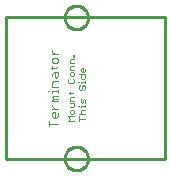
<source format=gto>
G75*
%MOIN*%
%OFA0B0*%
%FSLAX24Y24*%
%IPPOS*%
%LPD*%
%AMOC8*
5,1,8,0,0,1.08239X$1,22.5*
%
%ADD10C,0.0040*%
%ADD11C,0.0030*%
%ADD12C,0.0100*%
D10*
X001612Y001611D02*
X001612Y001797D01*
X001612Y001704D02*
X001892Y001704D01*
X001845Y001905D02*
X001752Y001905D01*
X001705Y001952D01*
X001705Y002045D01*
X001752Y002092D01*
X001799Y002092D01*
X001799Y001905D01*
X001845Y001905D02*
X001892Y001952D01*
X001892Y002045D01*
X001892Y002200D02*
X001705Y002200D01*
X001705Y002293D02*
X001705Y002340D01*
X001705Y002293D02*
X001799Y002200D01*
X001892Y002445D02*
X001705Y002445D01*
X001705Y002492D01*
X001752Y002539D01*
X001705Y002585D01*
X001752Y002632D01*
X001892Y002632D01*
X001892Y002539D02*
X001752Y002539D01*
X001705Y002740D02*
X001705Y002787D01*
X001892Y002787D01*
X001892Y002833D02*
X001892Y002740D01*
X001892Y002936D02*
X001705Y002936D01*
X001705Y003077D01*
X001752Y003123D01*
X001892Y003123D01*
X001845Y003231D02*
X001799Y003278D01*
X001799Y003418D01*
X001752Y003418D02*
X001705Y003371D01*
X001705Y003278D01*
X001845Y003231D02*
X001892Y003278D01*
X001892Y003418D01*
X001752Y003418D01*
X001705Y003526D02*
X001705Y003619D01*
X001659Y003572D02*
X001845Y003572D01*
X001892Y003619D01*
X001845Y003722D02*
X001892Y003769D01*
X001892Y003862D01*
X001845Y003909D01*
X001752Y003909D01*
X001705Y003862D01*
X001705Y003769D01*
X001752Y003722D01*
X001845Y003722D01*
X001799Y004017D02*
X001705Y004110D01*
X001705Y004157D01*
X001705Y004017D02*
X001892Y004017D01*
X001612Y002787D02*
X001565Y002787D01*
D11*
X002227Y003093D02*
X002262Y003058D01*
X002402Y003058D01*
X002437Y003093D01*
X002437Y003163D01*
X002402Y003198D01*
X002402Y003279D02*
X002332Y003279D01*
X002297Y003314D01*
X002297Y003384D01*
X002332Y003419D01*
X002402Y003419D01*
X002437Y003384D01*
X002437Y003314D01*
X002402Y003279D01*
X002262Y003198D02*
X002227Y003163D01*
X002227Y003093D01*
X002552Y003093D02*
X002587Y003093D01*
X002657Y003093D02*
X002657Y003058D01*
X002657Y003093D02*
X002797Y003093D01*
X002797Y003058D02*
X002797Y003128D01*
X002762Y003205D02*
X002692Y003205D01*
X002657Y003240D01*
X002657Y003345D01*
X002587Y003345D02*
X002797Y003345D01*
X002797Y003240D01*
X002762Y003205D01*
X002762Y003426D02*
X002692Y003426D01*
X002657Y003461D01*
X002657Y003531D01*
X002692Y003566D01*
X002727Y003566D01*
X002727Y003426D01*
X002762Y003426D02*
X002797Y003461D01*
X002797Y003531D01*
X002437Y003500D02*
X002297Y003500D01*
X002297Y003605D01*
X002332Y003640D01*
X002437Y003640D01*
X002437Y003721D02*
X002297Y003721D01*
X002297Y003826D01*
X002332Y003861D01*
X002437Y003861D01*
X002437Y003942D02*
X002402Y003942D01*
X002402Y003977D01*
X002437Y003977D01*
X002437Y003942D01*
X002622Y002977D02*
X002587Y002942D01*
X002587Y002872D01*
X002622Y002837D01*
X002657Y002837D01*
X002692Y002872D01*
X002692Y002942D01*
X002727Y002977D01*
X002762Y002977D01*
X002797Y002942D01*
X002797Y002872D01*
X002762Y002837D01*
X002437Y002760D02*
X002402Y002724D01*
X002262Y002724D01*
X002297Y002689D02*
X002297Y002760D01*
X002332Y002609D02*
X002437Y002609D01*
X002332Y002609D02*
X002297Y002574D01*
X002297Y002468D01*
X002437Y002468D01*
X002437Y002388D02*
X002297Y002388D01*
X002437Y002388D02*
X002437Y002283D01*
X002402Y002247D01*
X002297Y002247D01*
X002332Y002167D02*
X002297Y002132D01*
X002297Y002062D01*
X002332Y002026D01*
X002402Y002026D01*
X002437Y002062D01*
X002437Y002132D01*
X002402Y002167D01*
X002332Y002167D01*
X002552Y002283D02*
X002587Y002283D01*
X002657Y002283D02*
X002657Y002247D01*
X002657Y002283D02*
X002797Y002283D01*
X002797Y002318D02*
X002797Y002247D01*
X002797Y002167D02*
X002692Y002167D01*
X002657Y002132D01*
X002657Y002062D01*
X002692Y002026D01*
X002587Y002026D02*
X002797Y002026D01*
X002797Y001876D02*
X002587Y001876D01*
X002587Y001806D02*
X002587Y001946D01*
X002437Y001946D02*
X002227Y001946D01*
X002297Y001876D01*
X002227Y001806D01*
X002437Y001806D01*
X002692Y002395D02*
X002657Y002430D01*
X002657Y002535D01*
X002727Y002500D02*
X002727Y002430D01*
X002692Y002395D01*
X002797Y002395D02*
X002797Y002500D01*
X002762Y002535D01*
X002727Y002500D01*
D12*
X000150Y000528D02*
X000150Y005253D01*
X005465Y005253D01*
X005465Y000528D01*
X000150Y000528D01*
X002121Y000541D02*
X002123Y000580D01*
X002129Y000618D01*
X002138Y000656D01*
X002152Y000693D01*
X002169Y000728D01*
X002189Y000761D01*
X002212Y000792D01*
X002239Y000821D01*
X002268Y000847D01*
X002300Y000869D01*
X002334Y000889D01*
X002369Y000905D01*
X002406Y000917D01*
X002444Y000926D01*
X002483Y000931D01*
X002522Y000932D01*
X002561Y000929D01*
X002599Y000922D01*
X002637Y000912D01*
X002673Y000897D01*
X002708Y000880D01*
X002740Y000858D01*
X002771Y000834D01*
X002799Y000807D01*
X002824Y000777D01*
X002846Y000745D01*
X002864Y000711D01*
X002879Y000675D01*
X002891Y000637D01*
X002899Y000599D01*
X002903Y000560D01*
X002903Y000522D01*
X002899Y000483D01*
X002891Y000445D01*
X002879Y000407D01*
X002864Y000371D01*
X002846Y000337D01*
X002824Y000305D01*
X002799Y000275D01*
X002771Y000248D01*
X002740Y000224D01*
X002707Y000202D01*
X002673Y000185D01*
X002637Y000170D01*
X002599Y000160D01*
X002561Y000153D01*
X002522Y000150D01*
X002483Y000151D01*
X002444Y000156D01*
X002406Y000165D01*
X002369Y000177D01*
X002334Y000193D01*
X002300Y000213D01*
X002268Y000235D01*
X002239Y000261D01*
X002212Y000290D01*
X002189Y000321D01*
X002169Y000354D01*
X002152Y000389D01*
X002138Y000426D01*
X002129Y000464D01*
X002123Y000502D01*
X002121Y000541D01*
X002121Y005241D02*
X002123Y005280D01*
X002129Y005318D01*
X002138Y005356D01*
X002152Y005393D01*
X002169Y005428D01*
X002189Y005461D01*
X002212Y005492D01*
X002239Y005521D01*
X002268Y005547D01*
X002300Y005569D01*
X002334Y005589D01*
X002369Y005605D01*
X002406Y005617D01*
X002444Y005626D01*
X002483Y005631D01*
X002522Y005632D01*
X002561Y005629D01*
X002599Y005622D01*
X002637Y005612D01*
X002673Y005597D01*
X002708Y005580D01*
X002740Y005558D01*
X002771Y005534D01*
X002799Y005507D01*
X002824Y005477D01*
X002846Y005445D01*
X002864Y005411D01*
X002879Y005375D01*
X002891Y005337D01*
X002899Y005299D01*
X002903Y005260D01*
X002903Y005222D01*
X002899Y005183D01*
X002891Y005145D01*
X002879Y005107D01*
X002864Y005071D01*
X002846Y005037D01*
X002824Y005005D01*
X002799Y004975D01*
X002771Y004948D01*
X002740Y004924D01*
X002707Y004902D01*
X002673Y004885D01*
X002637Y004870D01*
X002599Y004860D01*
X002561Y004853D01*
X002522Y004850D01*
X002483Y004851D01*
X002444Y004856D01*
X002406Y004865D01*
X002369Y004877D01*
X002334Y004893D01*
X002300Y004913D01*
X002268Y004935D01*
X002239Y004961D01*
X002212Y004990D01*
X002189Y005021D01*
X002169Y005054D01*
X002152Y005089D01*
X002138Y005126D01*
X002129Y005164D01*
X002123Y005202D01*
X002121Y005241D01*
M02*

</source>
